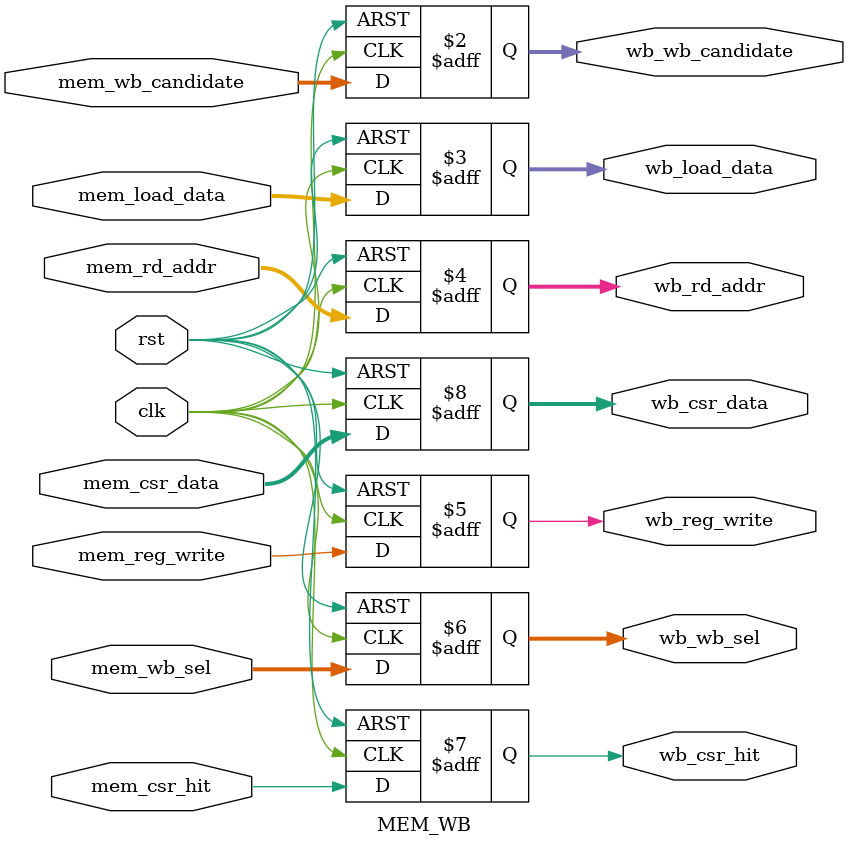
<source format=v>
module MEM_WB (
    input         clk,
    input         rst,

    // From MEM stage
    input  [31:0] mem_wb_candidate,
    input  [31:0] mem_load_data,
    input  [4:0]  mem_rd_addr,
    input         mem_reg_write,
    input  [1:0]  mem_wb_sel,
    input         mem_csr_hit,
    input  [31:0] mem_csr_data,

    // To WB stage
    output reg [31:0] wb_wb_candidate,
    output reg [31:0] wb_load_data,
    output reg [4:0]  wb_rd_addr,
    output reg        wb_reg_write,
    output reg [1:0]  wb_wb_sel,
    output reg        wb_csr_hit,
    output reg [31:0] wb_csr_data
);
    always @(posedge clk or posedge rst) begin
        if (rst) begin
            wb_wb_candidate <= 32'b0;
            wb_load_data    <= 32'b0;
            wb_rd_addr      <= 5'd0;
            wb_reg_write    <= 1'b0;
            wb_wb_sel       <= 2'd0;
            wb_csr_hit      <= 1'b0;
            wb_csr_data     <= 32'b0;
        end else begin
            wb_wb_candidate <= mem_wb_candidate;
            wb_load_data    <= mem_load_data;
            wb_rd_addr      <= mem_rd_addr;
            wb_reg_write    <= mem_reg_write;
            wb_wb_sel       <= mem_wb_sel;
            wb_csr_hit      <= mem_csr_hit;
            wb_csr_data     <= mem_csr_data;
        end
    end
endmodule
</source>
